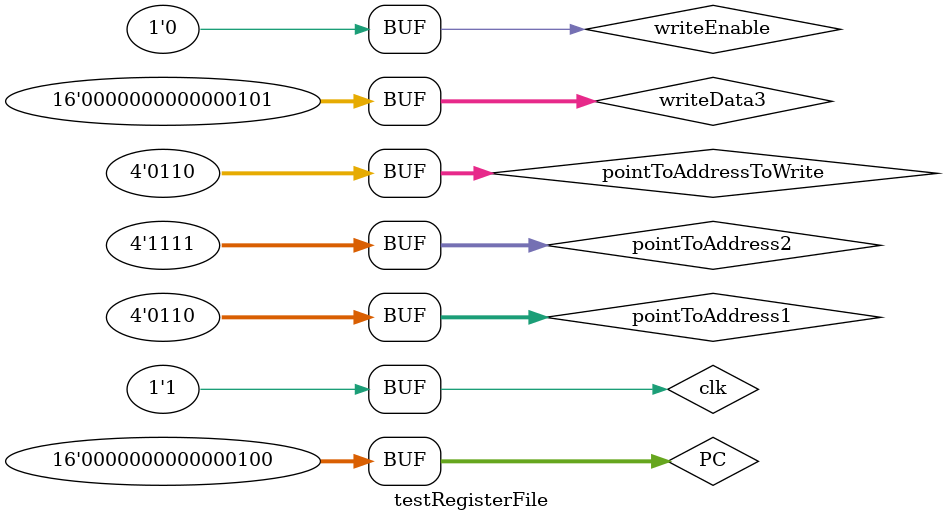
<source format=sv>
module testRegisterFile();
	
	logic clk, writeEnable;
	logic [3:0] pointToAddress1, pointToAddress2, pointToAddressToWrite;
	logic [15:0] writeData3, PC;
	logic [15:0] readData1, readData2;

	
	regfile registerFile(clk, writeEnable, 
								pointToAddress1, pointToAddress2, pointToAddressToWrite,
								writeData3, PC,
								readData1, readData2);
						
	//Creacion de un reloj
	always begin
		clk = 0; #5; clk=~clk; #5;
	end
	
	
	initial begin	
		#5;
	 
		// Ejemplo 1: MOV R3, #9 
		// Escritura (secuencial)
		pointToAddressToWrite = 4'd3; writeData3 = 16'd9; writeEnable = 1; #6; writeEnable = 0; #4;
		
		// Ejemplo 2: MOV R6, #1 
		pointToAddressToWrite = 4'd6; writeData3 = 16'd5; writeEnable = 1; #6; writeEnable = 0; #4;
		
		// Ejemplo 3: ADD R4, R3, R9
		// Lectura (combinacional)
		pointToAddress1 = 4'd3;
		pointToAddress2 = 4'd6; #10;
		
		// Ejemplo 4: B salto
		pointToAddress1 = 4'd6;  // Suponer un salto de 5 espacios
		PC = 16'd4;              // Suponer PC = 4
		pointToAddress2 = 4'd15; #10; // Apuntar a R15 para obtener la posicion actual del PC
		
	end
																
endmodule

</source>
